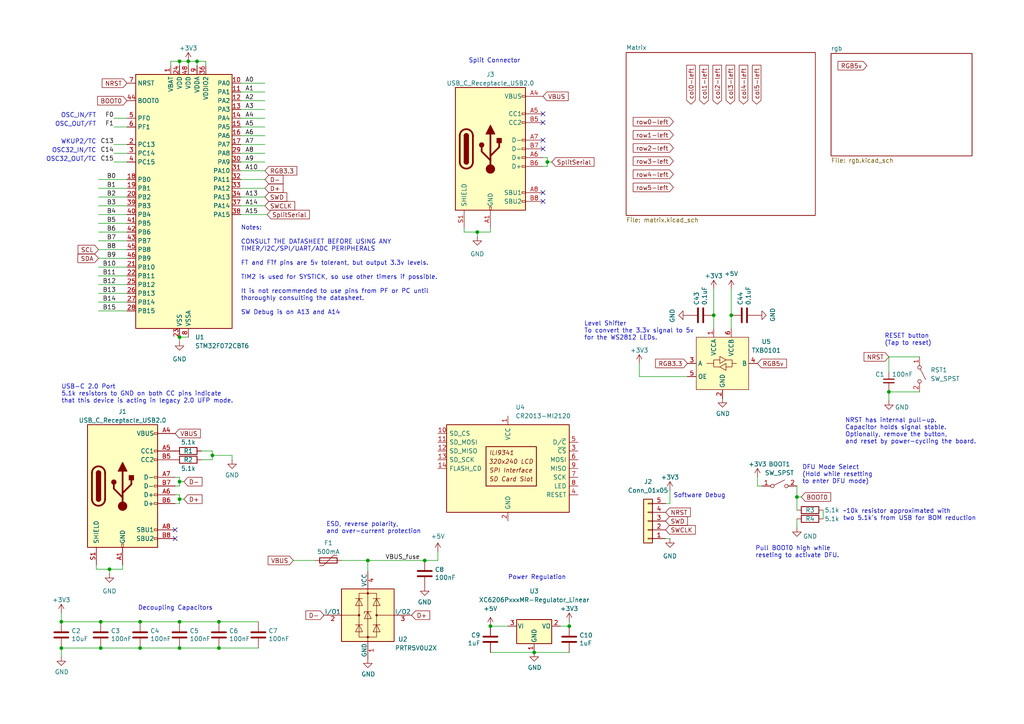
<source format=kicad_sch>
(kicad_sch (version 20231120) (generator "eeschema") (generator_version "8.0")
  (paper "A4")
  (lib_symbols
    (symbol "+5V_1" (power) (pin_names (offset 0))
      (property "Value" "+5V_1" (at 0 3.556 0))
      (symbol "+5V_1_0_1"
        (polyline (pts (xy -0.762 1.27) (xy 0 2.54)))
        (polyline (pts (xy 0 0) (xy 0 2.54)))
        (polyline (pts (xy 0 2.54) (xy 0.762 1.27)))
      )
      (symbol "+5V_1_1_1"
        (pin power_in line (at 0 0 90) (length 0) hide (name "+5V") (number "1"))
      )
    )
    (symbol "Connector:USB_C_Receptacle_USB2.0" (pin_names (offset 1.016))
      (property "Reference" "J" (at -10.16 19.05 0))
      (property "Value" "USB_C_Receptacle_USB2.0" (at 19.05 19.05 0))
      (symbol "USB_C_Receptacle_USB2.0_0_0"
        (rectangle (start -0.254 -17.78) (end 0.254 -16.764))
        (rectangle (start 10.16 -14.986) (end 9.144 -15.494))
        (rectangle (start 10.16 -12.446) (end 9.144 -12.954))
        (rectangle (start 10.16 -4.826) (end 9.144 -5.334))
        (rectangle (start 10.16 -2.286) (end 9.144 -2.794))
        (rectangle (start 10.16 0.254) (end 9.144 -0.254))
        (rectangle (start 10.16 2.794) (end 9.144 2.286))
        (rectangle (start 10.16 7.874) (end 9.144 7.366))
        (rectangle (start 10.16 10.414) (end 9.144 9.906))
        (rectangle (start 10.16 15.494) (end 9.144 14.986))
      )
      (symbol "USB_C_Receptacle_USB2.0_0_1"
        (rectangle (start -10.16 17.78) (end 10.16 -17.78) (stroke (width 0.254)) (fill (type background)))
        (arc (start -8.89 -3.81) (mid -6.985 -5.7067) (end -5.08 -3.81) (stroke (width 0.508)))
        (arc (start -7.62 -3.81) (mid -6.985 -4.4423) (end -6.35 -3.81) (stroke (width 0.254)))
        (arc (start -7.62 -3.81) (mid -6.985 -4.4423) (end -6.35 -3.81) (stroke (width 0.254)) (fill (type outline)))
        (rectangle (start -7.62 -3.81) (end -6.35 3.81) (stroke (width 0.254)) (fill (type outline)))
        (arc (start -6.35 3.81) (mid -6.985 4.4423) (end -7.62 3.81) (stroke (width 0.254)))
        (arc (start -6.35 3.81) (mid -6.985 4.4423) (end -7.62 3.81) (stroke (width 0.254)) (fill (type outline)))
        (arc (start -5.08 3.81) (mid -6.985 5.7067) (end -8.89 3.81) (stroke (width 0.508)))
        (circle (center -2.54 1.143) (radius 0.635) (stroke (width 0.254)) (fill (type outline)))
        (circle (center 0 -5.842) (radius 1.27) (fill (type outline)))
        (polyline (pts (xy -8.89 -3.81) (xy -8.89 3.81)) (stroke (width 0.508)))
        (polyline (pts (xy -5.08 3.81) (xy -5.08 -3.81)) (stroke (width 0.508)))
        (polyline (pts (xy 0 -5.842) (xy 0 4.318)) (stroke (width 0.508)))
        (polyline (pts (xy 0 -3.302) (xy -2.54 -0.762) (xy -2.54 0.508)) (stroke (width 0.508)))
        (polyline (pts (xy 0 -2.032) (xy 2.54 0.508) (xy 2.54 1.778)) (stroke (width 0.508)))
        (polyline (pts (xy -1.27 4.318) (xy 0 6.858) (xy 1.27 4.318) (xy -1.27 4.318)) (stroke (width 0.254)) (fill (type outline)))
        (rectangle (start 1.905 1.778) (end 3.175 3.048) (stroke (width 0.254)) (fill (type outline)))
      )
      (symbol "USB_C_Receptacle_USB2.0_1_1"
        (pin passive line (at 0 -22.86 90) (length 5.08) (name "GND") (number "A1"))
        (pin passive line (at 0 -22.86 90) (length 5.08) hide (name "GND") (number "A12"))
        (pin passive line (at 15.24 15.24 180) (length 5.08) (name "VBUS") (number "A4"))
        (pin bidirectional line (at 15.24 10.16 180) (length 5.08) (name "CC1") (number "A5"))
        (pin bidirectional line (at 15.24 -2.54 180) (length 5.08) (name "D+") (number "A6"))
        (pin bidirectional line (at 15.24 2.54 180) (length 5.08) (name "D-") (number "A7"))
        (pin bidirectional line (at 15.24 -12.7 180) (length 5.08) (name "SBU1") (number "A8"))
        (pin passive line (at 15.24 15.24 180) (length 5.08) hide (name "VBUS") (number "A9"))
        (pin passive line (at 0 -22.86 90) (length 5.08) hide (name "GND") (number "B1"))
        (pin passive line (at 0 -22.86 90) (length 5.08) hide (name "GND") (number "B12"))
        (pin passive line (at 15.24 15.24 180) (length 5.08) hide (name "VBUS") (number "B4"))
        (pin bidirectional line (at 15.24 7.62 180) (length 5.08) (name "CC2") (number "B5"))
        (pin bidirectional line (at 15.24 -5.08 180) (length 5.08) (name "D+") (number "B6"))
        (pin bidirectional line (at 15.24 0 180) (length 5.08) (name "D-") (number "B7"))
        (pin bidirectional line (at 15.24 -15.24 180) (length 5.08) (name "SBU2") (number "B8"))
        (pin passive line (at 15.24 15.24 180) (length 5.08) hide (name "VBUS") (number "B9"))
        (pin passive line (at -7.62 -22.86 90) (length 5.08) (name "SHIELD") (number "S1"))
      )
    )
    (symbol "Connector_Generic:Conn_01x05" (pin_names (offset 1.016) hide)
      (property "Reference" "J" (at 0 7.62 0))
      (property "Value" "Conn_01x05" (at 0 -7.62 0))
      (symbol "Conn_01x05_1_1"
        (rectangle (start -1.27 -4.953) (end 0 -5.207) (stroke (width 0.1524)))
        (rectangle (start -1.27 -2.413) (end 0 -2.667) (stroke (width 0.1524)))
        (rectangle (start -1.27 0.127) (end 0 -0.127) (stroke (width 0.1524)))
        (rectangle (start -1.27 2.667) (end 0 2.413) (stroke (width 0.1524)))
        (rectangle (start -1.27 5.207) (end 0 4.953) (stroke (width 0.1524)))
        (rectangle (start -1.27 6.35) (end 1.27 -6.35) (stroke (width 0.254)) (fill (type background)))
        (pin passive line (at -5.08 5.08 0) (length 3.81) (name "Pin_1") (number "1"))
        (pin passive line (at -5.08 2.54 0) (length 3.81) (name "Pin_2") (number "2"))
        (pin passive line (at -5.08 0 0) (length 3.81) (name "Pin_3") (number "3"))
        (pin passive line (at -5.08 -2.54 0) (length 3.81) (name "Pin_4") (number "4"))
        (pin passive line (at -5.08 -5.08 0) (length 3.81) (name "Pin_5") (number "5"))
      )
    )
    (symbol "Device:C" (pin_numbers hide) (pin_names (offset 0.254))
      (property "Reference" "C" (at 0.635 2.54 0))
      (property "Value" "C" (at 0.635 -2.54 0))
      (symbol "C_0_1"
        (polyline (pts (xy -2.032 -0.762) (xy 2.032 -0.762)) (stroke (width 0.508)))
        (polyline (pts (xy -2.032 0.762) (xy 2.032 0.762)) (stroke (width 0.508)))
      )
      (symbol "C_1_1"
        (pin passive line (at 0 3.81 270) (length 2.794) (name "~") (number "1"))
        (pin passive line (at 0 -3.81 90) (length 2.794) (name "~") (number "2"))
      )
    )
    (symbol "Device:C_Small" (pin_numbers hide) (pin_names (offset 0.254) hide)
      (property "Reference" "C" (at 0.254 1.778 0))
      (property "Value" "C_Small" (at 0.254 -2.032 0))
      (symbol "C_Small_0_1"
        (polyline (pts (xy -1.524 -0.508) (xy 1.524 -0.508)) (stroke (width 0.3302)))
        (polyline (pts (xy -1.524 0.508) (xy 1.524 0.508)) (stroke (width 0.3048)))
      )
      (symbol "C_Small_1_1"
        (pin passive line (at 0 2.54 270) (length 2.032) (name "~") (number "1"))
        (pin passive line (at 0 -2.54 90) (length 2.032) (name "~") (number "2"))
      )
    )
    (symbol "Device:Polyfuse" (pin_numbers hide) (pin_names (offset 0))
      (property "Reference" "F" (at -2.54 0 90))
      (property "Value" "Polyfuse" (at 2.54 0 90))
      (symbol "Polyfuse_0_1"
        (rectangle (start -0.762 2.54) (end 0.762 -2.54) (stroke (width 0.254)))
        (polyline (pts (xy 0 2.54) (xy 0 -2.54)))
        (polyline (pts (xy -1.524 2.54) (xy -1.524 1.524) (xy 1.524 -1.524) (xy 1.524 -2.54)))
      )
      (symbol "Polyfuse_1_1"
        (pin passive line (at 0 3.81 270) (length 1.27) (name "~") (number "1"))
        (pin passive line (at 0 -3.81 90) (length 1.27) (name "~") (number "2"))
      )
    )
    (symbol "Device:R" (pin_numbers hide) (pin_names (offset 0))
      (property "Reference" "R" (at 2.032 0 90))
      (property "Value" "R" (at 0 0 90))
      (symbol "R_0_1"
        (rectangle (start -1.016 -2.54) (end 1.016 2.54) (stroke (width 0.254)))
      )
      (symbol "R_1_1"
        (pin passive line (at 0 3.81 270) (length 1.27) (name "~") (number "1"))
        (pin passive line (at 0 -3.81 90) (length 1.27) (name "~") (number "2"))
      )
    )
    (symbol "Driver_Display:CR2013-MI2120" (pin_names (offset 0.762))
      (property "Reference" "U" (at -17.526 13.97 0))
      (property "Value" "CR2013-MI2120" (at 1.905 13.97 0))
      (symbol "CR2013-MI2120_0_0"
        (text "320x240 LCD" (at 0.889 2.032 0) (effects (font (size 1.27 1.27) (italic yes))))
        (text "ILI9341" (at -5.461 4.572 0) (effects (font (size 1.27 1.27) (italic yes)) (justify left)))
        (text "SD Card Slot" (at -5.461 -3.048 0) (effects (font (size 1.27 1.27) (italic yes)) (justify left)))
        (text "SPI Interface" (at -5.461 -0.508 0) (effects (font (size 1.27 1.27) (italic yes)) (justify left)))
      )
      (symbol "CR2013-MI2120_0_1"
        (rectangle (start -17.78 12.7) (end 17.78 -12.7) (stroke (width 0.254)) (fill (type background)))
        (rectangle (start -6.35 6.35) (end 8.255 -5.08) (stroke (width 0.254)))
      )
      (symbol "CR2013-MI2120_1_1"
        (pin power_in line (at 0 15.24 270) (length 2.54) (name "VCC") (number "1"))
        (pin input line (at -20.32 10.16 0) (length 2.54) (name "SD_CS") (number "10"))
        (pin input line (at -20.32 7.62 0) (length 2.54) (name "SD_MOSI") (number "11"))
        (pin output line (at -20.32 5.08 0) (length 2.54) (name "SD_MISO") (number "12"))
        (pin input line (at -20.32 2.54 0) (length 2.54) (name "SD_SCK") (number "13"))
        (pin input line (at -20.32 0 0) (length 2.54) (name "FLASH_CD") (number "14"))
        (pin power_in line (at 0 -15.24 90) (length 2.54) (name "GND") (number "2"))
        (pin input line (at 20.32 5.08 180) (length 2.54) (name "~{CS}") (number "3"))
        (pin input line (at 20.32 -7.62 180) (length 2.54) (name "RESET") (number "4"))
        (pin input line (at 20.32 7.62 180) (length 2.54) (name "D/~{C}") (number "5"))
        (pin input line (at 20.32 2.54 180) (length 2.54) (name "MOSI") (number "6"))
        (pin input line (at 20.32 -2.54 180) (length 2.54) (name "SCK") (number "7"))
        (pin input line (at 20.32 -5.08 180) (length 2.54) (name "LED") (number "8"))
        (pin output line (at 20.32 0 180) (length 2.54) (name "MISO") (number "9"))
      )
    )
    (symbol "MCU_ST_STM32F0:STM32F072CBTx"
      (property "Reference" "U" (at -12.7 39.37 0))
      (property "Value" "STM32F072CBTx" (at 10.16 39.37 0))
      (symbol "STM32F072CBTx_0_1"
        (rectangle (start -12.7 -35.56) (end 15.24 38.1) (stroke (width 0.254)) (fill (type background)))
      )
      (symbol "STM32F072CBTx_1_1"
        (pin power_in line (at -2.54 40.64 270) (length 2.54) (name "VBAT") (number "1"))
        (pin bidirectional line (at 17.78 35.56 180) (length 2.54) (name "PA0") (number "10"))
        (pin bidirectional line (at 17.78 33.02 180) (length 2.54) (name "PA1") (number "11"))
        (pin bidirectional line (at 17.78 30.48 180) (length 2.54) (name "PA2") (number "12"))
        (pin bidirectional line (at 17.78 27.94 180) (length 2.54) (name "PA3") (number "13"))
        (pin bidirectional line (at 17.78 25.4 180) (length 2.54) (name "PA4") (number "14"))
        (pin bidirectional line (at 17.78 22.86 180) (length 2.54) (name "PA5") (number "15"))
        (pin bidirectional line (at 17.78 20.32 180) (length 2.54) (name "PA6") (number "16"))
        (pin bidirectional line (at 17.78 17.78 180) (length 2.54) (name "PA7") (number "17"))
        (pin bidirectional line (at -15.24 7.62 0) (length 2.54) (name "PB0") (number "18"))
        (pin bidirectional line (at -15.24 5.08 0) (length 2.54) (name "PB1") (number "19"))
        (pin bidirectional line (at -15.24 17.78 0) (length 2.54) (name "PC13") (number "2"))
        (pin bidirectional line (at -15.24 2.54 0) (length 2.54) (name "PB2") (number "20"))
        (pin bidirectional line (at -15.24 -17.78 0) (length 2.54) (name "PB10") (number "21"))
        (pin bidirectional line (at -15.24 -20.32 0) (length 2.54) (name "PB11") (number "22"))
        (pin power_in line (at 0 -38.1 90) (length 2.54) (name "VSS") (number "23"))
        (pin power_in line (at 0 40.64 270) (length 2.54) (name "VDD") (number "24"))
        (pin bidirectional line (at -15.24 -22.86 0) (length 2.54) (name "PB12") (number "25"))
        (pin bidirectional line (at -15.24 -25.4 0) (length 2.54) (name "PB13") (number "26"))
        (pin bidirectional line (at -15.24 -27.94 0) (length 2.54) (name "PB14") (number "27"))
        (pin bidirectional line (at -15.24 -30.48 0) (length 2.54) (name "PB15") (number "28"))
        (pin bidirectional line (at 17.78 15.24 180) (length 2.54) (name "PA8") (number "29"))
        (pin bidirectional line (at -15.24 15.24 0) (length 2.54) (name "PC14") (number "3"))
        (pin bidirectional line (at 17.78 12.7 180) (length 2.54) (name "PA9") (number "30"))
        (pin bidirectional line (at 17.78 10.16 180) (length 2.54) (name "PA10") (number "31"))
        (pin bidirectional line (at 17.78 7.62 180) (length 2.54) (name "PA11") (number "32"))
        (pin bidirectional line (at 17.78 5.08 180) (length 2.54) (name "PA12") (number "33"))
        (pin bidirectional line (at 17.78 2.54 180) (length 2.54) (name "PA13") (number "34"))
        (pin passive line (at 0 -38.1 90) (length 2.54) hide (name "VSS") (number "35"))
        (pin power_in line (at 7.62 40.64 270) (length 2.54) (name "VDDIO2") (number "36"))
        (pin bidirectional line (at 17.78 0 180) (length 2.54) (name "PA14") (number "37"))
        (pin bidirectional line (at 17.78 -2.54 180) (length 2.54) (name "PA15") (number "38"))
        (pin bidirectional line (at -15.24 0 0) (length 2.54) (name "PB3") (number "39"))
        (pin bidirectional line (at -15.24 12.7 0) (length 2.54) (name "PC15") (number "4"))
        (pin bidirectional line (at -15.24 -2.54 0) (length 2.54) (name "PB4") (number "40"))
        (pin bidirectional line (at -15.24 -5.08 0) (length 2.54) (name "PB5") (number "41"))
        (pin bidirectional line (at -15.24 -7.62 0) (length 2.54) (name "PB6") (number "42"))
        (pin bidirectional line (at -15.24 -10.16 0) (length 2.54) (name "PB7") (number "43"))
        (pin input line (at -15.24 30.48 0) (length 2.54) (name "BOOT0") (number "44"))
        (pin bidirectional line (at -15.24 -12.7 0) (length 2.54) (name "PB8") (number "45"))
        (pin bidirectional line (at -15.24 -15.24 0) (length 2.54) (name "PB9") (number "46"))
        (pin passive line (at 0 -38.1 90) (length 2.54) hide (name "VSS") (number "47"))
        (pin power_in line (at 2.54 40.64 270) (length 2.54) (name "VDD") (number "48"))
        (pin bidirectional line (at -15.24 25.4 0) (length 2.54) (name "PF0") (number "5"))
        (pin bidirectional line (at -15.24 22.86 0) (length 2.54) (name "PF1") (number "6"))
        (pin input line (at -15.24 35.56 0) (length 2.54) (name "NRST") (number "7"))
        (pin power_in line (at 2.54 -38.1 90) (length 2.54) (name "VSSA") (number "8"))
        (pin power_in line (at 5.08 40.64 270) (length 2.54) (name "VDDA") (number "9"))
      )
    )
    (symbol "PCM_marbastlib-various:TXB0101"
      (property "Reference" "U" (at -6.35 11.43 0))
      (property "Value" "TXB0101" (at 3.81 11.43 0))
      (symbol "TXB0101_0_1"
        (rectangle (start -7.62 10.16) (end 7.62 -5.08) (fill (type background)))
        (polyline (pts (xy -2.54 2.54) (xy -2.54 3.556) (xy -0.762 3.556)))
        (polyline (pts (xy 2.794 2.54) (xy 2.794 1.524) (xy 1.016 1.524)))
        (polyline (pts (xy -0.762 1.524) (xy -2.54 1.524) (xy -2.54 2.54) (xy -4.572 2.54)))
        (polyline (pts (xy -0.762 2.54) (xy -0.762 4.572) (xy 1.016 3.556) (xy -0.762 2.54)))
        (polyline (pts (xy 1.016 3.556) (xy 2.794 3.556) (xy 2.794 2.54) (xy 4.064 2.54)))
        (polyline (pts (xy 1.016 2.54) (xy 1.016 0.762) (xy 1.016 0.508) (xy -0.762 1.524) (xy 1.016 2.54)))
      )
      (symbol "TXB0101_1_1"
        (pin power_in line (at -2.54 12.7 270) (length 2.54) (name "VCCA") (number "1"))
        (pin power_in line (at 0 -7.62 90) (length 2.54) (name "GND") (number "2"))
        (pin bidirectional line (at -10.16 2.54 0) (length 2.54) (name "A") (number "3"))
        (pin bidirectional line (at 10.16 2.54 180) (length 2.54) (name "B") (number "4"))
        (pin input line (at -10.16 -1.27 0) (length 2.54) (name "OE") (number "5"))
        (pin power_in line (at 2.54 12.7 270) (length 2.54) (name "VCCB") (number "6"))
      )
    )
    (symbol "Power_Protection:PRTR5V0U2X" (pin_names (offset 0))
      (property "Reference" "D" (at 2.794 8.636 0))
      (property "Value" "PRTR5V0U2X" (at 8.128 -9.398 0))
      (symbol "PRTR5V0U2X_0_1"
        (rectangle (start -7.62 -7.62) (end 7.62 7.62) (stroke (width 0.254)) (fill (type background)))
        (circle (center -2.54 0) (radius 0.254) (fill (type outline)))
        (rectangle (start -2.54 6.35) (end 2.54 -6.35))
        (circle (center 0 -6.35) (radius 0.254) (fill (type outline)))
        (polyline (pts (xy -2.54 0) (xy -7.62 0)))
        (polyline (pts (xy -1.524 -2.794) (xy -3.556 -2.794)))
        (polyline (pts (xy -1.524 4.826) (xy -3.556 4.826)))
        (polyline (pts (xy 0 -7.62) (xy 0 7.62)))
        (polyline (pts (xy 1.524 -2.794) (xy 3.556 -2.794)))
        (polyline (pts (xy 1.524 4.826) (xy 3.556 4.826)))
        (polyline (pts (xy 2.54 0) (xy 7.62 0)))
        (polyline (pts (xy 1.016 1.016) (xy -1.016 1.016) (xy -1.016 0.508)))
        (polyline (pts (xy -3.556 -4.826) (xy -1.524 -4.826) (xy -2.54 -2.794) (xy -3.556 -4.826)))
        (polyline (pts (xy -3.556 2.794) (xy -1.524 2.794) (xy -2.54 4.826) (xy -3.556 2.794)))
        (polyline (pts (xy -1.016 -1.016) (xy 1.016 -1.016) (xy 0 1.016) (xy -1.016 -1.016)))
        (polyline (pts (xy 3.556 -4.826) (xy 1.524 -4.826) (xy 2.54 -2.794) (xy 3.556 -4.826)))
        (polyline (pts (xy 3.556 2.794) (xy 1.524 2.794) (xy 2.54 4.826) (xy 3.556 2.794)))
        (circle (center 0 6.35) (radius 0.254) (fill (type outline)))
        (circle (center 2.54 0) (radius 0.254) (fill (type outline)))
      )
      (symbol "PRTR5V0U2X_1_1"
        (pin passive line (at 0 -12.7 90) (length 5.08) (name "GND") (number "1"))
        (pin passive line (at -12.7 0 0) (length 5.08) (name "I/O1") (number "2"))
        (pin passive line (at 12.7 0 180) (length 5.08) (name "I/O2") (number "3"))
        (pin passive line (at 0 12.7 270) (length 5.08) (name "VCC") (number "4"))
      )
    )
    (symbol "Switch:SW_SPST" (pin_names (offset 0) hide)
      (property "Reference" "SW" (at 0 3.175 0))
      (property "Value" "SW_SPST" (at 0 -2.54 0))
      (symbol "SW_SPST_0_0"
        (circle (center -2.032 0) (radius 0.508))
        (polyline (pts (xy -1.524 0.254) (xy 1.524 1.778)))
        (circle (center 2.032 0) (radius 0.508))
      )
      (symbol "SW_SPST_1_1"
        (pin passive line (at -5.08 0 0) (length 2.54) (name "A") (number "1"))
        (pin passive line (at 5.08 0 180) (length 2.54) (name "B") (number "2"))
      )
    )
    (symbol "kicad-keyboard-parts:XC6206PxxxMR-Regulator_Linear" (pin_names (offset 0.254))
      (property "Reference" "U" (at -3.81 3.175 0))
      (property "Value" "XC6206PxxxMR-Regulator_Linear" (at 0 3.175 0))
      (property "LCSC" "C5446" (at 0 0 0))
      (symbol "XC6206PxxxMR-Regulator_Linear_0_1"
        (rectangle (start -5.08 1.905) (end 5.08 -5.08) (stroke (width 0.254)) (fill (type background)))
      )
      (symbol "XC6206PxxxMR-Regulator_Linear_1_1"
        (pin power_in line (at 0 -7.62 90) (length 2.54) (name "GND") (number "1"))
        (pin power_out line (at 7.62 0 180) (length 2.54) (name "VO") (number "2"))
        (pin power_in line (at -7.62 0 0) (length 2.54) (name "VI") (number "3"))
      )
    )
    (symbol "power:+3V3" (power) (pin_names (offset 0))
      (property "Value" "+3V3" (at 0 3.556 0))
      (symbol "+3V3_0_1"
        (polyline (pts (xy -0.762 1.27) (xy 0 2.54)))
        (polyline (pts (xy 0 0) (xy 0 2.54)))
        (polyline (pts (xy 0 2.54) (xy 0.762 1.27)))
      )
      (symbol "+3V3_1_1"
        (pin power_in line (at 0 0 90) (length 0) hide (name "+3V3") (number "1"))
      )
    )
    (symbol "power:+5V" (power) (pin_names (offset 0))
      (property "Value" "+5V" (at 0 3.556 0))
      (symbol "+5V_0_1"
        (polyline (pts (xy -0.762 1.27) (xy 0 2.54)))
        (polyline (pts (xy 0 0) (xy 0 2.54)))
        (polyline (pts (xy 0 2.54) (xy 0.762 1.27)))
      )
      (symbol "+5V_1_1"
        (pin power_in line (at 0 0 90) (length 0) hide (name "+5V") (number "1"))
      )
    )
    (symbol "power:GND" (power) (pin_names (offset 0))
      (property "Value" "GND" (at 0 -3.81 0))
      (symbol "GND_0_1"
        (polyline (pts (xy 0 0) (xy 0 -1.27) (xy 1.27 -1.27) (xy 0 -2.54) (xy -1.27 -1.27) (xy 0 -1.27)))
      )
      (symbol "GND_1_1"
        (pin power_in line (at 0 0 270) (length 0) hide (name "GND") (number "1"))
      )
    )
  )
  (junction (at 17.78 180.34))
  (junction (at 207.01 91.44))
  (junction (at 138.43 67.31))
  (junction (at 61.595 132.08))
  (junction (at 52.07 17.78))
  (junction (at 54.61 17.78))
  (junction (at 52.07 144.78))
  (junction (at 52.07 139.7))
  (junction (at 52.07 180.34))
  (junction (at 106.68 162.56))
  (junction (at 17.78 187.96))
  (junction (at 52.07 97.79))
  (junction (at 29.21 180.34))
  (junction (at 63.5 180.34))
  (junction (at 29.21 187.96))
  (junction (at 231.14 144.145))
  (junction (at 212.09 91.44))
  (junction (at 40.64 180.34))
  (junction (at 154.94 189.23) (diameter 0.9144))
  (junction (at 40.64 187.96))
  (junction (at 123.19 162.56))
  (junction (at 63.5 187.96))
  (junction (at 57.15 17.78))
  (junction (at 52.07 187.96))
  (junction (at 257.81 113.665))
  (junction (at 165.1 181.61))
  (junction (at 31.75 165.1))
  (junction (at 142.24 181.61))
  (junction (at 158.75 46.99))
  (no_connect (at 157.48 43.18))
  (no_connect (at 50.8 153.67))
  (no_connect (at 157.48 58.42))
  (no_connect (at 50.8 156.21))
  (no_connect (at 157.48 33.02))
  (no_connect (at 157.48 35.56))
  (no_connect (at 157.48 40.64))
  (no_connect (at 157.48 55.88))
  (wire (pts (xy 28.575 82.55) (xy 36.83 82.55)))
  (wire (pts (xy 69.85 44.45) (xy 76.835 44.45)))
  (wire (pts (xy 69.85 39.37) (xy 76.835 39.37)))
  (wire (pts (xy 63.5 187.96) (xy 74.93 187.96)))
  (wire (pts (xy 123.19 162.56) (xy 127 162.56)))
  (wire (pts (xy 138.43 68.58) (xy 138.43 67.31)))
  (wire (pts (xy 17.78 177.8) (xy 17.78 180.34)))
  (wire (pts (xy 127 160.02) (xy 127 162.56)))
  (wire (pts (xy 28.575 85.09) (xy 36.83 85.09)))
  (wire (pts (xy 40.64 180.34) (xy 29.21 180.34)))
  (wire (pts (xy 52.07 138.43) (xy 52.07 139.7)))
  (wire (pts (xy 67.31 132.08) (xy 67.31 133.35)))
  (wire (pts (xy 207.01 83.82) (xy 207.01 91.44)))
  (wire (pts (xy 69.85 57.15) (xy 76.835 57.15)))
  (wire (pts (xy 52.07 146.05) (xy 52.07 144.78)))
  (wire (pts (xy 33.02 44.45) (xy 36.83 44.45)))
  (wire (pts (xy 29.21 180.34) (xy 17.78 180.34)))
  (wire (pts (xy 40.64 187.96) (xy 52.07 187.96)))
  (wire (pts (xy 194.31 142.24) (xy 194.31 146.05)))
  (wire (pts (xy 52.07 17.78) (xy 52.07 19.05)))
  (wire (pts (xy 17.78 190.5) (xy 17.78 187.96)))
  (wire (pts (xy 69.85 54.61) (xy 76.835 54.61)))
  (wire (pts (xy 185.42 109.22) (xy 199.39 109.22)))
  (wire (pts (xy 28.575 59.69) (xy 36.83 59.69)))
  (wire (pts (xy 33.02 36.83) (xy 36.83 36.83)))
  (wire (pts (xy 61.595 133.35) (xy 61.595 132.08)))
  (wire (pts (xy 28.575 72.39) (xy 36.83 72.39)))
  (wire (pts (xy 134.62 67.31) (xy 138.43 67.31)))
  (wire (pts (xy 33.02 46.99) (xy 36.83 46.99)))
  (wire (pts (xy 28.575 69.85) (xy 36.83 69.85)))
  (wire (pts (xy 154.94 189.23) (xy 165.1 189.23)))
  (wire (pts (xy 231.14 140.97) (xy 231.14 144.145)))
  (wire (pts (xy 52.07 99.06) (xy 52.07 97.79)))
  (wire (pts (xy 50.8 143.51) (xy 52.07 143.51)))
  (wire (pts (xy 61.595 132.08) (xy 67.31 132.08)))
  (wire (pts (xy 165.1 180.34) (xy 165.1 181.61)))
  (wire (pts (xy 69.85 62.23) (xy 77.47 62.23)))
  (wire (pts (xy 52.07 97.79) (xy 54.61 97.79)))
  (wire (pts (xy 69.85 49.53) (xy 76.835 49.53)))
  (wire (pts (xy 52.07 180.34) (xy 63.5 180.34)))
  (wire (pts (xy 194.31 146.05) (xy 193.04 146.05)))
  (wire (pts (xy 157.48 45.72) (xy 158.75 45.72)))
  (wire (pts (xy 49.53 17.78) (xy 52.07 17.78)))
  (wire (pts (xy 69.85 34.29) (xy 76.835 34.29)))
  (wire (pts (xy 28.575 80.01) (xy 36.83 80.01)))
  (wire (pts (xy 238.76 147.955) (xy 238.76 150.495)))
  (wire (pts (xy 28.575 87.63) (xy 36.83 87.63)))
  (wire (pts (xy 28.575 57.15) (xy 36.83 57.15)))
  (wire (pts (xy 52.07 139.7) (xy 52.07 140.97)))
  (wire (pts (xy 69.85 59.69) (xy 76.835 59.69)))
  (wire (pts (xy 52.07 17.78) (xy 54.61 17.78)))
  (wire (pts (xy 185.42 109.22) (xy 185.42 105.41)))
  (wire (pts (xy 212.09 83.82) (xy 212.09 91.44)))
  (wire (pts (xy 49.53 17.78) (xy 49.53 19.05)))
  (wire (pts (xy 33.02 41.91) (xy 36.83 41.91)))
  (wire (pts (xy 142.24 181.61) (xy 147.32 181.61)))
  (wire (pts (xy 162.56 181.61) (xy 165.1 181.61)))
  (wire (pts (xy 85.09 162.56) (xy 91.44 162.56)))
  (wire (pts (xy 40.64 187.96) (xy 29.21 187.96)))
  (wire (pts (xy 28.575 54.61) (xy 36.83 54.61)))
  (wire (pts (xy 257.81 103.505) (xy 257.81 107.95)))
  (wire (pts (xy 231.14 144.145) (xy 231.14 147.955)))
  (wire (pts (xy 50.8 140.97) (xy 52.07 140.97)))
  (wire (pts (xy 158.75 46.99) (xy 160.02 46.99)))
  (wire (pts (xy 231.14 150.495) (xy 231.14 153.035)))
  (wire (pts (xy 257.81 103.505) (xy 266.7 103.505)))
  (wire (pts (xy 134.62 66.04) (xy 134.62 67.31)))
  (wire (pts (xy 29.21 187.96) (xy 17.78 187.96)))
  (wire (pts (xy 69.85 24.13) (xy 76.835 24.13)))
  (wire (pts (xy 257.81 113.665) (xy 266.7 113.665)))
  (wire (pts (xy 35.56 165.1) (xy 35.56 163.83)))
  (wire (pts (xy 52.07 143.51) (xy 52.07 144.78)))
  (wire (pts (xy 193.04 156.21) (xy 194.31 156.21)))
  (wire (pts (xy 69.85 29.21) (xy 76.835 29.21)))
  (wire (pts (xy 27.94 165.1) (xy 31.75 165.1)))
  (wire (pts (xy 106.68 162.56) (xy 123.19 162.56)))
  (wire (pts (xy 69.85 46.99) (xy 76.835 46.99)))
  (wire (pts (xy 158.75 48.26) (xy 158.75 46.99)))
  (wire (pts (xy 40.64 180.34) (xy 52.07 180.34)))
  (wire (pts (xy 231.14 144.145) (xy 232.41 144.145)))
  (wire (pts (xy 52.07 139.7) (xy 53.34 139.7)))
  (wire (pts (xy 57.15 17.78) (xy 54.61 17.78)))
  (wire (pts (xy 28.575 67.31) (xy 36.83 67.31)))
  (wire (pts (xy 52.07 144.78) (xy 53.34 144.78)))
  (wire (pts (xy 158.75 45.72) (xy 158.75 46.99)))
  (wire (pts (xy 59.69 17.78) (xy 59.69 19.05)))
  (wire (pts (xy 69.85 36.83) (xy 76.835 36.83)))
  (wire (pts (xy 28.575 52.07) (xy 36.83 52.07)))
  (wire (pts (xy 154.94 189.23) (xy 142.24 189.23)))
  (wire (pts (xy 28.575 90.17) (xy 36.83 90.17)))
  (wire (pts (xy 28.575 74.93) (xy 36.83 74.93)))
  (wire (pts (xy 50.8 138.43) (xy 52.07 138.43)))
  (wire (pts (xy 69.85 31.75) (xy 76.835 31.75)))
  (wire (pts (xy 54.61 17.78) (xy 54.61 19.05)))
  (wire (pts (xy 220.98 140.97) (xy 219.71 140.97)))
  (wire (pts (xy 63.5 180.34) (xy 74.93 180.34)))
  (wire (pts (xy 31.75 165.1) (xy 35.56 165.1)))
  (wire (pts (xy 50.8 146.05) (xy 52.07 146.05)))
  (wire (pts (xy 207.01 91.44) (xy 207.01 95.25)))
  (wire (pts (xy 69.85 52.07) (xy 76.835 52.07)))
  (wire (pts (xy 33.02 34.29) (xy 36.83 34.29)))
  (wire (pts (xy 31.75 166.37) (xy 31.75 165.1)))
  (wire (pts (xy 28.575 77.47) (xy 36.83 77.47)))
  (wire (pts (xy 57.15 17.78) (xy 57.15 19.05)))
  (wire (pts (xy 142.24 67.31) (xy 142.24 66.04)))
  (wire (pts (xy 58.42 133.35) (xy 61.595 133.35)))
  (wire (pts (xy 69.85 41.91) (xy 76.835 41.91)))
  (wire (pts (xy 52.07 187.96) (xy 63.5 187.96)))
  (wire (pts (xy 27.94 163.83) (xy 27.94 165.1)))
  (wire (pts (xy 257.81 113.665) (xy 257.81 113.03)))
  (wire (pts (xy 138.43 67.31) (xy 142.24 67.31)))
  (wire (pts (xy 212.09 91.44) (xy 212.09 95.25)))
  (wire (pts (xy 58.42 130.81) (xy 61.595 130.81)))
  (wire (pts (xy 28.575 62.23) (xy 36.83 62.23)))
  (wire (pts (xy 257.81 116.205) (xy 257.81 113.665)))
  (wire (pts (xy 219.71 138.43) (xy 219.71 140.97)))
  (wire (pts (xy 106.68 162.56) (xy 106.68 165.735)))
  (wire (pts (xy 99.06 162.56) (xy 106.68 162.56)))
  (wire (pts (xy 61.595 132.08) (xy 61.595 130.81)))
  (wire (pts (xy 157.48 48.26) (xy 158.75 48.26)))
  (wire (pts (xy 69.85 26.67) (xy 76.835 26.67)))
  (wire (pts (xy 28.575 64.77) (xy 36.83 64.77)))
  (wire (pts (xy 57.15 17.78) (xy 59.69 17.78)))
  (text "Decoupling Capacitors" (at 40.005 177.165 0) (effects (font (size 1.27 1.27)) (justify left bottom)))
  (text "~10k resistor approximated with\ntwo 5.1k's from USB for BOM reduction" (at 244.475 151.13 0) (effects (font (size 1.27 1.27)) (justify left bottom)))
  (text "Notes:\n\nCONSULT THE DATASHEET BEFORE USING ANY \nTIMER/I2C/SPI/UART/ADC PERIPHERALS\n\nFT and FTf pins are 5v tolerant, but output 3.3v levels.\n\nTIM2 is used for SYSTICK, so use other timers if possible.\n\nIt is not recommended to use pins from PF or PC until\nthoroughly consulting the datasheet.\n\nSW Debug is on A13 and A14" (at 69.85 91.44 0) (effects (font (size 1.27 1.27)) (justify left bottom)))
  (text "RESET button\n(Tap to reset)" (at 256.54 100.33 0) (effects (font (size 1.27 1.27)) (justify left bottom)))
  (text "Power Regulation" (at 147.32 168.275 0) (effects (font (size 1.27 1.27)) (justify left bottom)))
  (text "OSC_IN/FT" (at 27.94 34.29 0) (effects (font (size 1.27 1.27)) (justify right bottom)))
  (text "OSC32_OUT/TC" (at 27.94 46.99 0) (effects (font (size 1.27 1.27)) (justify right bottom)))
  (text "USB-C 2.0 Port\n5.1k resistors to GND on both CC pins indicate\nthat this device is acting in legacy 2.0 UFP mode." (at 17.78 117.094 0) (effects (font (size 1.27 1.27)) (justify left bottom)))
  (text "WKUP2/TC" (at 27.94 41.91 0) (effects (font (size 1.27 1.27)) (justify right bottom)))
  (text "OSC_OUT/FT" (at 27.94 36.83 0) (effects (font (size 1.27 1.27)) (justify right bottom)))
  (text "ESD, reverse polarity,\nand over-current protection" (at 94.615 154.94 0) (effects (font (size 1.27 1.27)) (justify left bottom)))
  (text "Split Connector" (at 135.89 18.415 0) (effects (font (size 1.27 1.27)) (justify left bottom)))
  (text "Software Debug" (at 195.326 144.526 0) (effects (font (size 1.27 1.27)) (justify left bottom)))
  (text "NRST has internal pull-up.\nCapacitor holds signal stable.\nOptionally, remove the button,\nand reset by power-cycling the board." (at 245.11 128.905 0) (effects (font (size 1.27 1.27)) (justify left bottom)))
  (text "OSC32_IN/TC" (at 27.94 44.45 0) (effects (font (size 1.27 1.27)) (justify right bottom)))
  (text "Pull BOOT0 high while \nreseting to activate DFU." (at 219.075 161.925 0) (effects (font (size 1.27 1.27)) (justify left bottom)))
  (text "Level Shifter\nTo convert the 3.3v signal to 5v\nfor the WS2812 LEDs." (at 169.418 98.806 0) (effects (font (size 1.27 1.27)) (justify left bottom)))
  (text "DFU Mode Select\n(Hold while resetting\nto enter DFU mode)" (at 232.664 140.462 0) (effects (font (size 1.27 1.27)) (justify left bottom)))
  (label "A0" (at 71.12 24.13 0))
  (label "B11" (at 33.655 80.01 180))
  (label "C13" (at 33.02 41.91 180))
  (label "A6" (at 71.12 39.37 0))
  (label "B4" (at 33.655 62.23 180))
  (label "A7" (at 71.12 41.91 0))
  (label "A4" (at 71.12 34.29 0))
  (label "B2" (at 33.655 57.15 180))
  (label "B8" (at 33.655 72.39 180))
  (label "F0" (at 33.02 34.29 180))
  (label "B13" (at 33.655 85.09 180))
  (label "A3" (at 71.12 31.75 0))
  (label "A10" (at 71.12 49.53 0))
  (label "A9" (at 71.12 46.99 0))
  (label "C14" (at 33.02 44.45 180))
  (label "A2" (at 71.12 29.21 0))
  (label "B5" (at 33.655 64.77 180))
  (label "B0" (at 33.655 52.07 180))
  (label "F1" (at 33.02 36.83 180))
  (label "C15" (at 33.02 46.99 180))
  (label "A8" (at 71.12 44.45 0))
  (label "B1" (at 33.655 54.61 180))
  (label "B7" (at 33.655 69.85 180))
  (label "B10" (at 33.655 77.47 180))
  (label "B9" (at 33.655 74.93 180))
  (label "B6" (at 33.655 67.31 180))
  (label "A13" (at 71.12 57.15 0))
  (label "VBUS_fuse" (at 111.76 162.56 0))
  (label "A1" (at 71.12 26.67 0))
  (label "B3" (at 33.655 59.69 180))
  (label "B15" (at 33.655 90.17 180))
  (label "A5" (at 71.12 36.83 0))
  (label "B14" (at 33.655 87.63 180))
  (label "A15" (at 71.12 62.23 0))
  (label "A14" (at 71.12 59.69 0))
  (label "B12" (at 33.655 82.55 180))
  (global_label "RGB5v" (shape input) (at 219.71 105.41 0) (property "Intersheetrefs" "${INTERSHEET_REFS}" (effects (hide yes))))
  (global_label "SDA" (shape input) (at 28.575 74.93 180) (property "Intersheetrefs" "${INTERSHEET_REFS}" (effects (hide yes))))
  (global_label "VBUS" (shape input) (at 157.48 27.94 0) (property "Intersheetrefs" "${INTERSHEET_REFS}" (effects (hide yes))))
  (global_label "SWD" (shape input) (at 76.835 57.15 0) (property "Intersheetrefs" "${INTERSHEET_REFS}" (effects (hide yes))))
  (global_label "col0-left" (shape input) (at 200.406 30.226 90) (property "Intersheetrefs" "${INTERSHEET_REFS}" (effects (hide yes))))
  (global_label "col3-left" (shape input) (at 211.836 30.226 90) (property "Intersheetrefs" "${INTERSHEET_REFS}" (effects (hide yes))))
  (global_label "col5-left" (shape input) (at 219.456 30.226 90) (property "Intersheetrefs" "${INTERSHEET_REFS}" (effects (hide yes))))
  (global_label "RGB3.3" (shape input) (at 199.39 105.41 180) (property "Intersheetrefs" "${INTERSHEET_REFS}" (effects (hide yes))))
  (global_label "SWCLK" (shape input) (at 193.04 153.67 0) (property "Intersheetrefs" "${INTERSHEET_REFS}" (effects (hide yes))))
  (global_label "NRST" (shape input) (at 257.81 103.505 180) (property "Intersheetrefs" "${INTERSHEET_REFS}" (effects (hide yes))))
  (global_label "SCL" (shape input) (at 28.575 72.39 180) (property "Intersheetrefs" "${INTERSHEET_REFS}" (effects (hide yes))))
  (global_label "row4-left" (shape input) (at 195.326 50.546 180) (property "Intersheetrefs" "${INTERSHEET_REFS}" (effects (hide yes))))
  (global_label "VBUS" (shape input) (at 50.8 125.73 0) (property "Intersheetrefs" "${INTERSHEET_REFS}" (effects (hide yes))))
  (global_label "row1-left" (shape input) (at 195.326 39.116 180) (property "Intersheetrefs" "${INTERSHEET_REFS}" (effects (hide yes))))
  (global_label "BOOT0" (shape input) (at 232.41 144.145 0) (property "Intersheetrefs" "${INTERSHEET_REFS}" (effects (hide yes))))
  (global_label "col4-left" (shape input) (at 215.646 30.226 90) (property "Intersheetrefs" "${INTERSHEET_REFS}" (effects (hide yes))))
  (global_label "BOOT0" (shape input) (at 36.83 29.21 180) (property "Intersheetrefs" "${INTERSHEET_REFS}" (effects (hide yes))))
  (global_label "SWD" (shape input) (at 193.04 151.13 0) (property "Intersheetrefs" "${INTERSHEET_REFS}" (effects (hide yes))))
  (global_label "RGB5v" (shape input) (at 251.46 19.05 180) (property "Intersheetrefs" "${INTERSHEET_REFS}" (effects (hide yes))))
  (global_label "row2-left" (shape input) (at 195.326 42.926 180) (property "Intersheetrefs" "${INTERSHEET_REFS}" (effects (hide yes))))
  (global_label "row3-left" (shape input) (at 195.326 46.736 180) (property "Intersheetrefs" "${INTERSHEET_REFS}" (effects (hide yes))))
  (global_label "NRST" (shape input) (at 193.04 148.59 0) (property "Intersheetrefs" "${INTERSHEET_REFS}" (effects (hide yes))))
  (global_label "D-" (shape input) (at 53.34 139.7 0) (property "Intersheetrefs" "${INTERSHEET_REFS}" (effects (hide yes))))
  (global_label "col1-left" (shape input) (at 204.216 30.226 90) (property "Intersheetrefs" "${INTERSHEET_REFS}" (effects (hide yes))))
  (global_label "NRST" (shape input) (at 36.83 24.13 180) (property "Intersheetrefs" "${INTERSHEET_REFS}" (effects (hide yes))))
  (global_label "row5-left" (shape input) (at 195.326 54.356 180) (property "Intersheetrefs" "${INTERSHEET_REFS}" (effects (hide yes))))
  (global_label "D-" (shape input) (at 76.835 52.07 0) (property "Intersheetrefs" "${INTERSHEET_REFS}" (effects (hide yes))))
  (global_label "RGB3.3" (shape input) (at 76.835 49.53 0) (property "Intersheetrefs" "${INTERSHEET_REFS}" (effects (hide yes))))
  (global_label "SplitSerial" (shape input) (at 77.47 62.23 0) (property "Intersheetrefs" "${INTERSHEET_REFS}" (effects (hide yes))))
  (global_label "SWCLK" (shape input) (at 76.835 59.69 0) (property "Intersheetrefs" "${INTERSHEET_REFS}" (effects (hide yes))))
  (global_label "D+" (shape input) (at 53.34 144.78 0) (property "Intersheetrefs" "${INTERSHEET_REFS}" (effects (hide yes))))
  (global_label "row0-left" (shape input) (at 195.326 35.306 180) (property "Intersheetrefs" "${INTERSHEET_REFS}" (effects (hide yes))))
  (global_label "D+" (shape input) (at 119.38 178.435 0) (property "Intersheetrefs" "${INTERSHEET_REFS}" (effects (hide yes))))
  (global_label "D-" (shape input) (at 93.98 178.435 180) (property "Intersheetrefs" "${INTERSHEET_REFS}" (effects (hide yes))))
  (global_label "col2-left" (shape input) (at 208.026 30.226 90) (property "Intersheetrefs" "${INTERSHEET_REFS}" (effects (hide yes))))
  (global_label "SplitSerial" (shape input) (at 160.02 46.99 0) (property "Intersheetrefs" "${INTERSHEET_REFS}" (effects (hide yes))))
  (global_label "D+" (shape input) (at 76.835 54.61 0) (property "Intersheetrefs" "${INTERSHEET_REFS}" (effects (hide yes))))
  (global_label "VBUS" (shape input) (at 85.09 162.56 180) (property "Intersheetrefs" "${INTERSHEET_REFS}" (effects (hide yes))))
  (symbol (lib_id "power:+3V3") (at 207.01 83.82 0) (unit 1)
    (property "Reference" "#PWR060" (effects (hide yes)))
    (property "Value" "+3V3" (at 207.01 80.01 0))
  )
  (symbol (lib_id "power:GND") (at 154.94 189.23 0) (unit 1)
    (property "Reference" "#PWR015" (effects (hide yes)))
    (property "Value" "GND" (at 155.067 193.6242 0))
  )
  (symbol (lib_id "power:+5V") (at 142.24 181.61 0) (unit 1)
    (property "Reference" "#PWR013" (effects (hide yes)))
    (property "Value" "+5V" (at 142.24 176.53 0))
  )
  (symbol (lib_id "Device:C") (at 165.1 185.42 0) (unit 1)
    (property "Reference" "C10" (at 168.021 184.2516 0) (effects (justify left)))
    (property "Value" "1uF" (at 168.021 186.563 0) (effects (justify left)))
    (property "Footprint" "Capacitor_SMD:C_0402_1005Metric" (effects (hide yes)))
    (property "LCSC" "C307331" (effects (hide yes)))
  )
  (symbol (lib_id "power:GND") (at 123.19 170.18 0) (unit 1)
    (property "Reference" "#PWR010" (effects (hide yes)))
    (property "Value" "GND" (at 123.19 174.625 0))
  )
  (symbol (lib_id "MCU_ST_STM32F0:STM32F072CBTx") (at 52.07 59.69 0) (unit 1)
    (property "Reference" "U1" (at 56.5659 97.79 0) (effects (justify left)))
    (property "Value" "STM32F072CBT6" (at 56.5659 100.33 0) (effects (justify left)))
    (property "Footprint" "Package_QFP:LQFP-48_7x7mm_P0.5mm" (effects (hide yes)))
    (property "Datasheet" "https://www.st.com/resource/en/datasheet/stm32f072cb.pdf" (effects (hide yes)))
    (property "JlcRotOffset" "90" (effects (hide yes)))
  )
  (symbol (lib_id "power:+3V3") (at 185.42 105.41 0) (unit 1)
    (property "Reference" "#PWR063" (effects (hide yes)))
    (property "Value" "+3V3" (at 185.42 101.6 0))
  )
  (symbol (lib_id "Device:C") (at 123.19 166.37 0) (unit 1)
    (property "Reference" "C8" (at 126.111 165.2016 0) (effects (justify left)))
    (property "Value" "100nF" (at 126.111 167.513 0) (effects (justify left)))
    (property "Footprint" "Capacitor_SMD:C_0402_1005Metric" (effects (hide yes)))
    (property "LCSC" "C307331" (effects (hide yes)))
  )
  (symbol (lib_id "Device:C_Small") (at 257.81 110.49 0) (mirror y) (unit 1)
    (property "Reference" "C1" (at 256.54 108.585 0) (effects (justify left)))
    (property "Value" "100nF" (at 264.795 108.585 0) (effects (justify left)))
    (property "Footprint" "Capacitor_SMD:C_0402_1005Metric" (effects (hide yes)))
    (property "LCSC" "C307331" (effects (hide yes)))
  )
  (symbol (lib_id "Device:R") (at 234.95 147.955 90) (unit 1)
    (property "Reference" "R3" (at 234.95 147.955 90))
    (property "Value" "5.1k" (at 241.3 147.955 90))
    (property "Footprint" "Resistor_SMD:R_0402_1005Metric" (effects (hide yes)))
  )
  (symbol (lib_id "Connector:USB_C_Receptacle_USB2.0") (at 35.56 140.97 0) (unit 1)
    (property "Reference" "J1" (at 35.56 119.38 0))
    (property "Value" "USB_C_Receptacle_USB2.0" (at 35.56 121.92 0))
    (property "Footprint" "PCM_marbastlib-various:USB_C_Receptacle_HRO_TYPE-C-31-M-12" (effects (hide yes)))
    (property "Datasheet" "https://www.usb.org/sites/default/files/documents/usb_type-c.zip" (effects (hide yes)))
    (property "JlcRotOffset" "180" (effects (hide yes)))
    (property "JlcPosOffset" "0,1.5" (effects (hide yes)))
  )
  (symbol (lib_id "Device:C") (at 63.5 184.15 0) (unit 1)
    (property "Reference" "C6" (at 66.421 182.9816 0) (effects (justify left)))
    (property "Value" "100nF" (at 66.421 185.293 0) (effects (justify left)))
    (property "Footprint" "Capacitor_SMD:C_0402_1005Metric" (effects (hide yes)))
    (property "LCSC" "C307331" (effects (hide yes)))
  )
  (symbol (lib_id "Device:C") (at 142.24 185.42 0) (mirror y) (unit 1)
    (property "Reference" "C9" (at 139.319 184.2516 0) (effects (justify left)))
    (property "Value" "1uF" (at 139.319 186.563 0) (effects (justify left)))
    (property "Footprint" "Capacitor_SMD:C_0402_1005Metric" (effects (hide yes)))
    (property "LCSC" "C307331" (effects (hide yes)))
  )
  (symbol (lib_id "Switch:SW_SPST") (at 226.06 140.97 0) (unit 1)
    (property "Reference" "BOOT1" (at 226.06 134.62 0))
    (property "Value" "SW_SPST" (at 226.06 137.16 0))
    (property "Footprint" "Button_Switch_SMD:SW_SPST_TL3342" (effects (hide yes)))
  )
  (symbol (lib_id "Power_Protection:PRTR5V0U2X") (at 106.68 178.435 0) (unit 1)
    (property "Reference" "U2" (at 116.84 185.42 0))
    (property "Value" "PRTR5V0U2X" (at 120.65 187.96 0))
    (property "Footprint" "Package_TO_SOT_SMD:SOT-143" (effects (hide yes)))
    (property "Datasheet" "https://assets.nexperia.com/documents/data-sheet/PRTR5V0U2X.pdf" (effects (hide yes)))
    (property "LCSC" "C2827688" (effects (hide yes)))
    (property "JlcRotOffset" "90" (effects (hide yes)))
  )
  (symbol (lib_name "+5V_1") (lib_id "power:+5V") (at 212.09 83.82 0) (unit 1)
    (property "Reference" "#PWR064" (effects (hide yes)))
    (property "Value" "+5V" (at 212.09 79.375 0))
  )
  (symbol (lib_id "power:+3V3") (at 194.31 142.24 0) (mirror y) (unit 1)
    (property "Reference" "#PWR065" (effects (hide yes)))
    (property "Value" "+3V3" (at 194.31 138.43 0))
  )
  (symbol (lib_id "PCM_marbastlib-various:TXB0101") (at 209.55 107.95 0) (unit 1)
    (property "Reference" "U5" (at 222.25 99.0914 0))
    (property "Value" "TXB0101" (at 222.25 101.6314 0))
    (property "Footprint" "Package_TO_SOT_SMD:SOT-363_SC-70-6_Handsoldering" (effects (hide yes)))
    (property "Datasheet" "https://datasheet.lcsc.com/szlcsc/Texas-Instruments-TI-TXB0101DCKR_C324081.pdf" (effects (hide yes)))
    (property "Description" "1-Bit Bidirectional Voltage-Level Translator" (effects (hide yes)))
    (property "LCSC" "C324081" (effects (hide yes)))
  )
  (symbol (lib_id "power:GND") (at 194.31 156.21 0) (unit 1)
    (property "Reference" "#PWR070" (effects (hide yes)))
    (property "Value" "GND" (at 194.31 161.29 0))
  )
  (symbol (lib_id "power:GND") (at 257.81 116.205 0) (mirror y) (unit 1)
    (property "Reference" "#PWR06" (effects (hide yes)))
    (property "Value" "GND" (at 261.62 118.11 0))
  )
  (symbol (lib_id "Device:Polyfuse") (at 95.25 162.56 90) (unit 1)
    (property "Reference" "F1" (at 95.25 157.48 90))
    (property "Value" "500mA" (at 95.25 160.02 90))
    (property "Footprint" "Fuse:Fuse_1206_3216Metric" (effects (hide yes)))
    (property "LCSC" "C135341" (effects (hide yes)))
  )
  (symbol (lib_id "Device:C") (at 74.93 184.15 0) (unit 1)
    (property "Reference" "C7" (at 77.851 182.9816 0) (effects (justify left)))
    (property "Value" "100nF" (at 77.851 185.293 0) (effects (justify left)))
    (property "Footprint" "Capacitor_SMD:C_0402_1005Metric" (effects (hide yes)))
    (property "LCSC" "C307331" (effects (hide yes)))
  )
  (symbol (lib_name "+5V_1") (lib_id "power:+5V") (at 127 160.02 0) (unit 1)
    (property "Reference" "#PWR09" (effects (hide yes)))
    (property "Value" "+5V" (at 127 155.575 0))
  )
  (symbol (lib_id "power:+3V3") (at 165.1 180.34 0) (unit 1)
    (property "Reference" "#PWR012" (effects (hide yes)))
    (property "Value" "+3V3" (at 165.1 176.53 0))
  )
  (symbol (lib_id "Device:C") (at 215.9 91.44 90) (unit 1)
    (property "Reference" "C44" (at 214.7316 88.519 0) (effects (justify left)))
    (property "Value" "0.1uF" (at 217.043 88.519 0) (effects (justify left)))
    (property "Footprint" "Capacitor_SMD:C_0402_1005Metric" (effects (hide yes)))
    (property "LCSC" "C307331" (effects (hide yes)))
  )
  (symbol (lib_id "power:+3V3") (at 17.78 177.8 0) (unit 1)
    (property "Reference" "#PWR04" (effects (hide yes)))
    (property "Value" "+3V3" (at 17.78 173.99 0))
  )
  (symbol (lib_id "power:GND") (at 106.68 191.135 0) (unit 1)
    (property "Reference" "#PWR014" (effects (hide yes)))
    (property "Value" "GND" (at 106.807 195.5292 0))
  )
  (symbol (lib_id "Device:R") (at 234.95 150.495 270) (mirror x) (unit 1)
    (property "Reference" "R4" (at 234.95 150.495 90))
    (property "Value" "5.1k" (at 241.3 150.495 90))
    (property "Footprint" "Resistor_SMD:R_0402_1005Metric" (effects (hide yes)))
  )
  (symbol (lib_id "power:GND") (at 219.71 91.44 90) (unit 1)
    (property "Reference" "#PWR062" (effects (hide yes)))
    (property "Value" "GND" (at 224.1042 91.313 0))
  )
  (symbol (lib_id "power:GND") (at 138.43 68.58 0) (unit 1)
    (property "Reference" "#PWR068" (effects (hide yes)))
    (property "Value" "GND" (at 138.43 73.66 0))
  )
  (symbol (lib_id "power:GND") (at 231.14 153.035 0) (unit 1)
    (property "Reference" "#PWR07" (effects (hide yes)))
    (property "Value" "GND" (at 234.95 155.575 0))
  )
  (symbol (lib_id "power:GND") (at 52.07 99.06 0) (unit 1)
    (property "Reference" "#PWR02" (effects (hide yes)))
    (property "Value" "GND" (at 52.07 104.14 0))
  )
  (symbol (lib_id "Device:R") (at 54.61 130.81 270) (unit 1)
    (property "Reference" "R1" (at 54.61 130.81 90))
    (property "Value" "5.1k" (at 54.61 128.27 90))
    (property "Footprint" "Resistor_SMD:R_0402_1005Metric" (effects (hide yes)))
  )
  (symbol (lib_id "power:GND") (at 67.31 133.35 0) (unit 1)
    (property "Reference" "#PWR05" (effects (hide yes)))
    (property "Value" "GND" (at 67.31 137.795 0))
  )
  (symbol (lib_id "power:+3V3") (at 219.71 138.43 0) (mirror y) (unit 1)
    (property "Reference" "#PWR03" (effects (hide yes)))
    (property "Value" "+3V3" (at 219.71 134.62 0))
  )
  (symbol (lib_id "Device:C") (at 52.07 184.15 0) (unit 1)
    (property "Reference" "C5" (at 54.991 182.9816 0) (effects (justify left)))
    (property "Value" "100nF" (at 54.991 185.293 0) (effects (justify left)))
    (property "Footprint" "Capacitor_SMD:C_0402_1005Metric" (effects (hide yes)))
    (property "LCSC" "C307331" (effects (hide yes)))
  )
  (symbol (lib_id "Device:R") (at 54.61 133.35 90) (unit 1)
    (property "Reference" "R2" (at 54.61 133.35 90))
    (property "Value" "5.1k" (at 54.61 135.89 90))
    (property "Footprint" "Resistor_SMD:R_0402_1005Metric" (effects (hide yes)))
  )
  (symbol (lib_id "Device:C") (at 203.2 91.44 90) (unit 1)
    (property "Reference" "C43" (at 202.0316 88.519 0) (effects (justify left)))
    (property "Value" "0.1uF" (at 204.343 88.519 0) (effects (justify left)))
    (property "Footprint" "Capacitor_SMD:C_0402_1005Metric" (effects (hide yes)))
    (property "LCSC" "C307331" (effects (hide yes)))
  )
  (symbol (lib_id "Device:C") (at 29.21 184.15 0) (unit 1)
    (property "Reference" "C3" (at 32.131 182.9816 0) (effects (justify left)))
    (property "Value" "100nF" (at 32.131 185.293 0) (effects (justify left)))
    (property "Footprint" "Capacitor_SMD:C_0402_1005Metric" (effects (hide yes)))
    (property "LCSC" "C307331" (effects (hide yes)))
  )
  (symbol (lib_id "power:GND") (at 199.39 91.44 270) (unit 1)
    (property "Reference" "#PWR061" (effects (hide yes)))
    (property "Value" "GND" (at 194.9958 91.567 0))
  )
  (symbol (lib_id "Device:C") (at 40.64 184.15 0) (unit 1)
    (property "Reference" "C4" (at 43.561 182.9816 0) (effects (justify left)))
    (property "Value" "100nF" (at 43.561 185.293 0) (effects (justify left)))
    (property "Footprint" "Capacitor_SMD:C_0402_1005Metric" (effects (hide yes)))
    (property "LCSC" "C307331" (effects (hide yes)))
  )
  (symbol (lib_id "Device:C") (at 17.78 184.15 0) (unit 1)
    (property "Reference" "C2" (at 20.701 182.9816 0) (effects (justify left)))
    (property "Value" "10uF" (at 20.701 185.293 0) (effects (justify left)))
    (property "Footprint" "Capacitor_SMD:C_0603_1608Metric" (effects (hide yes)))
    (property "LCSC" "C307331" (effects (hide yes)))
  )
  (symbol (lib_id "kicad-keyboard-parts:XC6206PxxxMR-Regulator_Linear") (at 154.94 181.61 0) (unit 1)
    (property "Reference" "U3" (at 154.94 171.45 0))
    (property "Value" "XC6206PxxxMR-Regulator_Linear" (at 154.94 173.99 0))
    (property "Footprint" "Package_TO_SOT_SMD:SOT-23" (effects (hide yes)))
    (property "Datasheet" "https://www.torexsemi.com/file/xc6206/XC6206.pdf" (effects (hide yes)))
    (property "LCSC" "C5446" (effects (hide yes)))
  )
  (symbol (lib_id "Connector:USB_C_Receptacle_USB2.0") (at 142.24 43.18 0) (unit 1)
    (property "Reference" "J3" (at 142.24 21.59 0))
    (property "Value" "USB_C_Receptacle_USB2.0" (at 142.24 24.13 0))
    (property "Footprint" "PCM_marbastlib-various:USB_C_Receptacle_HRO_TYPE-C-31-M-12" (effects (hide yes)))
    (property "Datasheet" "https://www.usb.org/sites/default/files/documents/usb_type-c.zip" (effects (hide yes)))
    (property "JlcRotOffset" "180" (effects (hide yes)))
    (property "JlcPosOffset" "0,1.5" (effects (hide yes)))
  )
  (symbol (lib_id "power:+3V3") (at 54.61 17.78 0) (unit 1)
    (property "Reference" "#PWR01" (effects (hide yes)))
    (property "Value" "+3V3" (at 54.61 13.97 0))
  )
  (symbol (lib_id "power:GND") (at 209.55 115.57 0) (unit 1)
    (property "Reference" "#PWR066" (effects (hide yes)))
    (property "Value" "GND" (at 209.677 119.9642 0))
  )
  (symbol (lib_id "Connector_Generic:Conn_01x05") (at 187.96 151.13 180) (unit 1)
    (property "Reference" "J2" (at 187.96 139.7 0))
    (property "Value" "Conn_01x05" (at 187.96 142.24 0))
    (property "Footprint" "Connector_PinHeader_2.54mm:PinHeader_1x05_P2.54mm_Vertical" (effects (hide yes)))
    (property "Description" "Generic connector, single row, 01x05, script generated (kicad-library-utils/schlib/autogen/connector/)" (effects (hide yes)))
  )
  (symbol (lib_id "Driver_Display:CR2013-MI2120") (at 147.32 135.89 0) (unit 1)
    (property "Reference" "U4" (at 149.5141 118.11 0) (effects (justify left)))
    (property "Value" "CR2013-MI2120" (at 149.5141 120.65 0) (effects (justify left)))
    (property "Footprint" "Display:CR2013-MI2120" (effects (hide yes)))
    (property "Datasheet" "http://pan.baidu.com/s/11Y990" (effects (hide yes)))
    (property "Description" "ILI9341 controller, SPI TFT LCD Display, 9-pin breakout PCB, 4-pin SD card interface, 5V/3.3V" (effects (hide yes)))
  )
  (symbol (lib_id "Switch:SW_SPST") (at 266.7 108.585 270) (unit 1)
    (property "Reference" "RST1" (at 269.875 107.315 90) (effects (justify left)))
    (property "Value" "SW_SPST" (at 269.875 109.855 90) (effects (justify left)))
    (property "Footprint" "Button_Switch_SMD:SW_SPST_TL3342" (effects (hide yes)))
  )
  (symbol (lib_id "power:GND") (at 31.75 166.37 0) (unit 1)
    (property "Reference" "#PWR011" (effects (hide yes)))
    (property "Value" "GND" (at 31.75 171.45 0))
  )
  (symbol (lib_id "power:GND") (at 17.78 190.5 0) (unit 1)
    (property "Reference" "#PWR08" (effects (hide yes)))
    (property "Value" "GND" (at 17.907 194.8942 0))
  )
  (sheet (at 181.61 15.24) (size 54.864 47.244) (stroke (width 0.1524))
    (property "Sheetname" "Matrix" (at 181.61 14.5284 0) (effects (justify left bottom)))
    (property "Sheetfile" "matrix.kicad_sch" (at 181.61 63.0686 0) (effects (justify left top)))
  )
  (sheet (at 241.046 15.494) (size 40.894 29.718) (stroke (width 0.1524))
    (property "Sheetname" "rgb" (at 241.046 14.7824 0) (effects (justify left bottom)))
    (property "Sheetfile" "rgb.kicad_sch" (at 241.046 45.7966 0) (effects (justify left top)))
  )
)
</source>
